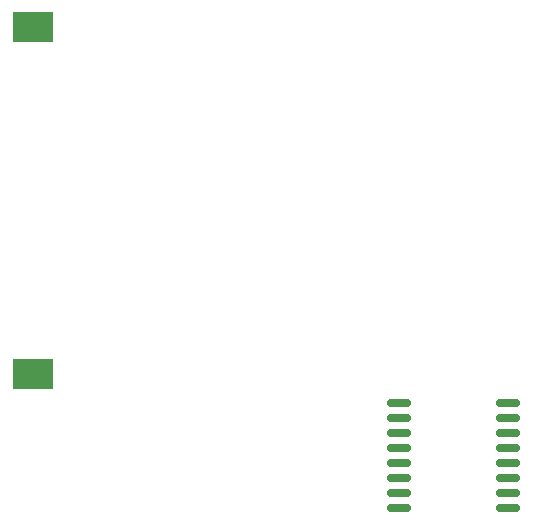
<source format=gbr>
%TF.GenerationSoftware,KiCad,Pcbnew,(6.0.0)*%
%TF.CreationDate,2022-01-22T21:28:23-08:00*%
%TF.ProjectId,nixie_main_board,6e697869-655f-46d6-9169-6e5f626f6172,rev?*%
%TF.SameCoordinates,Original*%
%TF.FileFunction,Paste,Top*%
%TF.FilePolarity,Positive*%
%FSLAX46Y46*%
G04 Gerber Fmt 4.6, Leading zero omitted, Abs format (unit mm)*
G04 Created by KiCad (PCBNEW (6.0.0)) date 2022-01-22 21:28:23*
%MOMM*%
%LPD*%
G01*
G04 APERTURE LIST*
G04 Aperture macros list*
%AMRoundRect*
0 Rectangle with rounded corners*
0 $1 Rounding radius*
0 $2 $3 $4 $5 $6 $7 $8 $9 X,Y pos of 4 corners*
0 Add a 4 corners polygon primitive as box body*
4,1,4,$2,$3,$4,$5,$6,$7,$8,$9,$2,$3,0*
0 Add four circle primitives for the rounded corners*
1,1,$1+$1,$2,$3*
1,1,$1+$1,$4,$5*
1,1,$1+$1,$6,$7*
1,1,$1+$1,$8,$9*
0 Add four rect primitives between the rounded corners*
20,1,$1+$1,$2,$3,$4,$5,0*
20,1,$1+$1,$4,$5,$6,$7,0*
20,1,$1+$1,$6,$7,$8,$9,0*
20,1,$1+$1,$8,$9,$2,$3,0*%
G04 Aperture macros list end*
%ADD10R,3.510000X2.540000*%
%ADD11RoundRect,0.150000X-0.875000X-0.150000X0.875000X-0.150000X0.875000X0.150000X-0.875000X0.150000X0*%
G04 APERTURE END LIST*
D10*
%TO.C,BT1*%
X143510000Y-53900000D03*
X143510000Y-83260000D03*
%TD*%
D11*
%TO.C,U5*%
X174420000Y-85725000D03*
X174420000Y-86995000D03*
X174420000Y-88265000D03*
X174420000Y-89535000D03*
X174420000Y-90805000D03*
X174420000Y-92075000D03*
X174420000Y-93345000D03*
X174420000Y-94615000D03*
X183720000Y-94615000D03*
X183720000Y-93345000D03*
X183720000Y-92075000D03*
X183720000Y-90805000D03*
X183720000Y-89535000D03*
X183720000Y-88265000D03*
X183720000Y-86995000D03*
X183720000Y-85725000D03*
%TD*%
M02*

</source>
